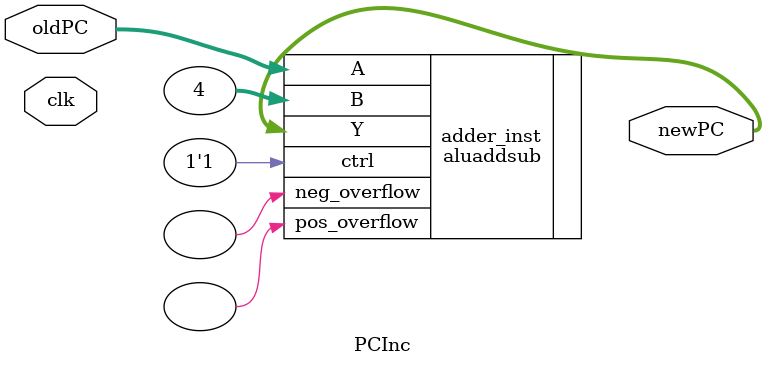
<source format=v>
`timescale 1ns/1ps

module PCInc (
    input  clk,
    input  [31:0] oldPC,
    output [31:0] newPC
);

    // Use aluaddsub to compute oldPC + 4
    aluaddsub adder_inst (
        .A(oldPC),
        .B(32'd4),
        .ctrl(1'b1),              // ctrl = 1 for ADD
        .Y(newPC),
        .pos_overflow(),
        .neg_overflow()
    );

endmodule

</source>
